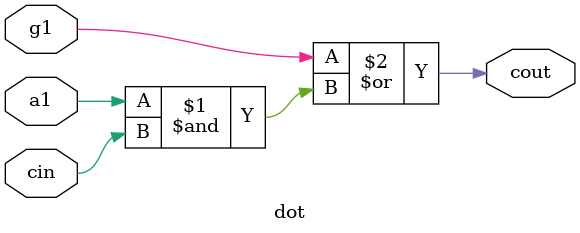
<source format=v>
module dot(cout,g1,a1,cin);

input g1, a1, cin;
output cout;

assign cout= g1 | (a1 & cin);

endmodule

</source>
